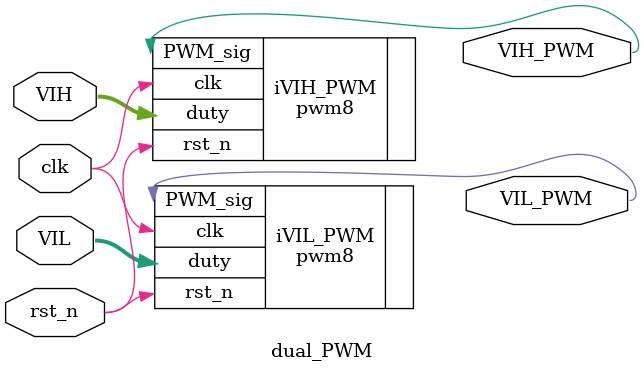
<source format=sv>
`default_nettype none

module dual_PWM(clk, rst_n, VIL, VIH, VIL_PWM, VIH_PWM);

	input logic clk, rst_n;
	input logic [7:0] VIH, VIL;		// duty cycles for high and low PWM signals
	output reg VIH_PWM, VIL_PWM;	// output signals for high and low PWM
	
	/// instantiate high and low PWM with VIH and VIL as duty cycles and VIH_PWM and VIL_PWM as outputs
	pwm8 iVIL_PWM(.clk(clk), .rst_n(rst_n), .duty(VIL), .PWM_sig(VIL_PWM));
	pwm8 iVIH_PWM(.clk(clk), .rst_n(rst_n), .duty(VIH), .PWM_sig(VIH_PWM));

endmodule

`default_nettype wire

</source>
